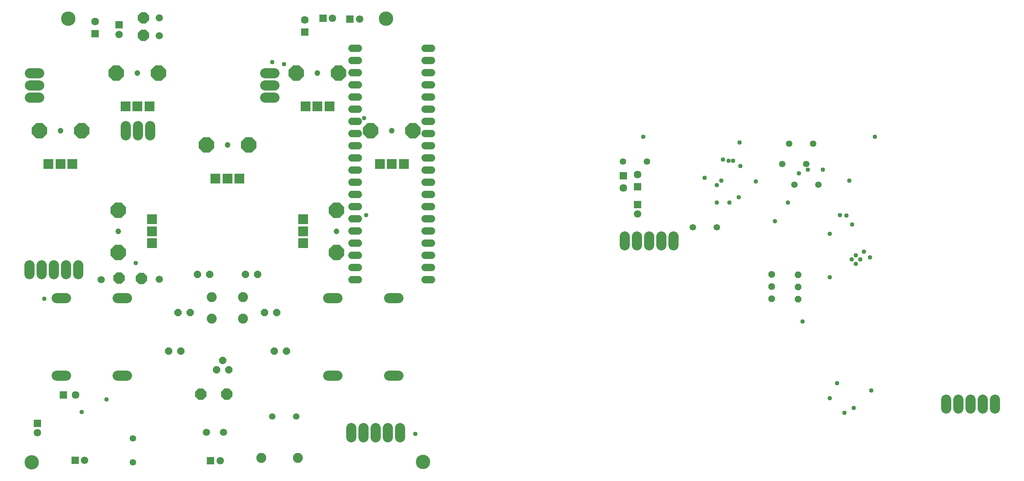
<source format=gbs>
%MOIN*%
%OFA0B0*%
%FSLAX34Y34*%
%IPPOS*%
%LPD*%
%AMOC8*
5,1,8,0,0,$1,22.5*%
%AMOC80*
5,1,8,0,0,$1,22.5*%
%ADD10C,0.053000000000000005*%
%ADD11R,0.0611496062992126X0.0611496062992126*%
%ADD12C,0.0611496062992126*%
%ADD13P,0.060136574803149608X8X292.5*%
%ADD14C,0.082000000000000017*%
%ADD15C,0.063433070866141736*%
%ADD16R,0.063433070866141736X0.063433070866141736*%
%ADD17C,0.037779527559055122*%
%ADD28P,0.10066228346456693X8X202.5*%
%ADD29R,0.0611496062992126X0.0611496062992126*%
%ADD30C,0.0611496062992126*%
%ADD31C,0.063433070866141736*%
%ADD32R,0.063433070866141736X0.063433070866141736*%
%ADD33C,0.11823622047244095*%
%ADD34C,0.0847716535433071*%
%ADD35P,0.10066228346456693X8X22.5*%
%ADD36P,0.064943385826771657X8X22.5*%
%ADD37C,0.059496062992125995*%
%ADD38R,0.082000000000000017X0.082000000000000017*%
%ADD39P,0.1365004724409449X8X292.5*%
%ADD40C,0.047370078740157487*%
%ADD41P,0.1365004724409449X8X22.5*%
%ADD42P,0.1365004724409449X8X202.5*%
%ADD43C,0.059181102362204731*%
%ADD44P,0.064943385826771657X8X202.5*%
%ADD45C,0.082000000000000017*%
%ADD46C,0.084999999999999992*%
%ADD47C,0.082000000000000017*%
%ADD48C,0.053000000000000005*%
%ADD49C,0.037779527559055122*%
G75*
%LPD*%
G01*
D10*
X0065354Y0020472D02*
X0074090Y0038914D03*
X0072121Y0038914D03*
D11*
X0067613Y0040776D03*
D12*
X0067613Y0039989D03*
D10*
X0080476Y0042401D03*
X0082444Y0042401D03*
X0081448Y0044085D03*
X0079480Y0044085D03*
X0080045Y0045782D03*
X0082014Y0045782D03*
D13*
X0078604Y0033047D03*
X0078604Y0034047D03*
X0078604Y0035047D03*
X0080764Y0032993D03*
X0080764Y0033993D03*
X0080764Y0034993D03*
D14*
X0066535Y0037425D02*
X0066535Y0038165D01*
X0067535Y0038165D02*
X0067535Y0037425D01*
X0068535Y0037425D02*
X0068535Y0038165D01*
X0069535Y0038165D02*
X0069535Y0037425D01*
X0070535Y0037425D02*
X0070535Y0038165D01*
D15*
X0067603Y0043230D03*
D16*
X0067603Y0042230D03*
D15*
X0066428Y0042120D03*
D16*
X0066428Y0043120D03*
D10*
X0066403Y0044313D03*
X0068371Y0044313D03*
D14*
X0092913Y0024779D02*
X0092913Y0024039D01*
X0093913Y0024039D02*
X0093913Y0024779D01*
X0094913Y0024779D02*
X0094913Y0024039D01*
X0095913Y0024039D02*
X0095913Y0024779D01*
X0096913Y0024779D02*
X0096913Y0024039D01*
D17*
X0084554Y0023652D03*
X0083354Y0024852D03*
X0085874Y0036252D03*
X0085514Y0035892D03*
X0074594Y0044472D03*
X0075974Y0045852D03*
X0083354Y0038352D03*
X0068054Y0046332D03*
X0084974Y0042732D03*
X0083954Y0026112D03*
X0074114Y0040932D03*
X0087074Y0046332D03*
X0086774Y0025512D03*
X0085334Y0024072D03*
X0074474Y0042732D03*
X0074114Y0042372D03*
X0081134Y0031152D03*
X0075914Y0041352D03*
X0085514Y0036612D03*
X0085154Y0036252D03*
X0084734Y0039852D03*
X0083368Y0034791D03*
X0086174Y0036912D03*
X0086654Y0036432D03*
X0077294Y0042672D03*
X0078880Y0039384D03*
X0075074Y0044352D03*
X0085214Y0039132D03*
X0075134Y0040932D03*
X0073094Y0042972D03*
X0084194Y0039912D03*
X0079934Y0040932D03*
X0075434Y0044352D03*
X0081554Y0043632D03*
X0080835Y0043319D03*
X0082814Y0043632D03*
X0076034Y0043932D03*
G04 next file*
%LPD*%
G04 EAGLE Gerber RS-274X export*
G75*
G01*
D28*
X0016535Y0018110D02*
X0027073Y0056090D03*
X0027073Y0054664D03*
D29*
X0044006Y0055997D03*
D30*
X0044794Y0055997D03*
D29*
X0041796Y0056066D03*
D30*
X0042584Y0056066D03*
D29*
X0025084Y0055533D03*
D30*
X0025084Y0054746D03*
D31*
X0040297Y0055940D03*
D32*
X0040297Y0054940D03*
D31*
X0023098Y0055807D03*
D32*
X0023098Y0054807D03*
D33*
X0050000Y0019649D03*
X0017913Y0019599D03*
D34*
X0019950Y0026726D02*
X0020718Y0026726D01*
X0020718Y0033116D02*
X0019950Y0033116D01*
X0024950Y0026726D02*
X0025718Y0026726D01*
X0025718Y0033116D02*
X0024950Y0033116D01*
D28*
X0025069Y0034717D03*
D35*
X0026898Y0034712D03*
D34*
X0047194Y0033116D02*
X0047962Y0033116D01*
X0047962Y0026726D02*
X0047194Y0026726D01*
X0042962Y0033116D02*
X0042194Y0033116D01*
X0042194Y0026726D02*
X0042962Y0026726D01*
D36*
X0034073Y0027206D03*
X0033573Y0027956D03*
X0033073Y0027206D03*
D37*
X0044183Y0053610D02*
X0044698Y0053610D01*
X0044698Y0052610D02*
X0044183Y0052610D01*
X0044183Y0051610D02*
X0044698Y0051610D01*
X0044698Y0050610D02*
X0044183Y0050610D01*
X0044183Y0049610D02*
X0044698Y0049610D01*
X0044698Y0048610D02*
X0044183Y0048610D01*
X0044183Y0047610D02*
X0044698Y0047610D01*
X0044698Y0046610D02*
X0044183Y0046610D01*
X0044183Y0045610D02*
X0044698Y0045610D01*
X0044698Y0044610D02*
X0044183Y0044610D01*
X0044183Y0043610D02*
X0044698Y0043610D01*
X0044698Y0042610D02*
X0044183Y0042610D01*
X0044183Y0041610D02*
X0044698Y0041610D01*
X0044698Y0040610D02*
X0044183Y0040610D01*
X0044183Y0039610D02*
X0044698Y0039610D01*
X0044698Y0038610D02*
X0044183Y0038610D01*
X0044183Y0037610D02*
X0044698Y0037610D01*
X0044698Y0036610D02*
X0044183Y0036610D01*
X0044183Y0035610D02*
X0044698Y0035610D01*
X0044698Y0034610D02*
X0044183Y0034610D01*
X0050183Y0053610D02*
X0050698Y0053610D01*
X0050698Y0052610D02*
X0050183Y0052610D01*
X0050183Y0051610D02*
X0050698Y0051610D01*
X0050698Y0050610D02*
X0050183Y0050610D01*
X0050183Y0049610D02*
X0050698Y0049610D01*
X0050698Y0048610D02*
X0050183Y0048610D01*
X0050183Y0047610D02*
X0050698Y0047610D01*
X0050698Y0046610D02*
X0050183Y0046610D01*
X0050183Y0045610D02*
X0050698Y0045610D01*
X0050698Y0044610D02*
X0050183Y0044610D01*
X0050183Y0043610D02*
X0050698Y0043610D01*
X0050698Y0042610D02*
X0050183Y0042610D01*
X0050183Y0041610D02*
X0050698Y0041610D01*
X0050698Y0040610D02*
X0050183Y0040610D01*
X0050183Y0039610D02*
X0050698Y0039610D01*
X0050698Y0038610D02*
X0050183Y0038610D01*
X0050183Y0037610D02*
X0050698Y0037610D01*
X0050698Y0036610D02*
X0050183Y0036610D01*
X0050183Y0035610D02*
X0050698Y0035610D01*
X0050698Y0034610D02*
X0050183Y0034610D01*
D38*
X0046456Y0044094D03*
X0047440Y0044094D03*
X0048425Y0044094D03*
D39*
X0045708Y0046850D03*
X0049173Y0046850D03*
D40*
X0047440Y0046850D03*
D38*
X0027755Y0037598D03*
X0027755Y0038582D03*
X0027755Y0039566D03*
D41*
X0025000Y0036850D03*
X0025000Y0040314D03*
D40*
X0025000Y0038582D03*
D38*
X0040354Y0048818D03*
X0041338Y0048818D03*
X0042322Y0048818D03*
D39*
X0039606Y0051574D03*
X0043070Y0051574D03*
D40*
X0041338Y0051574D03*
D38*
X0040157Y0039566D03*
X0040157Y0038582D03*
X0040157Y0037598D03*
D42*
X0042913Y0040314D03*
X0042913Y0036850D03*
D40*
X0042913Y0038582D03*
D38*
X0032972Y0042913D03*
X0033956Y0042913D03*
X0034940Y0042913D03*
D39*
X0032224Y0045669D03*
X0035688Y0045669D03*
D40*
X0033956Y0045669D03*
D38*
X0019275Y0044094D03*
X0020259Y0044094D03*
X0021243Y0044094D03*
D39*
X0018527Y0046850D03*
X0021991Y0046850D03*
D40*
X0020259Y0046850D03*
D43*
X0028354Y0034624D03*
X0023619Y0034610D03*
X0028364Y0056101D03*
X0028364Y0054621D03*
D44*
X0032488Y0035039D03*
X0031488Y0035039D03*
X0036425Y0035039D03*
X0035425Y0035039D03*
X0038000Y0031889D03*
X0036999Y0031889D03*
X0038787Y0028740D03*
X0037787Y0028740D03*
X0030913Y0031889D03*
X0029913Y0031889D03*
X0030125Y0028740D03*
X0029125Y0028740D03*
D45*
X0017716Y0035063D02*
X0017716Y0035803D01*
X0018716Y0035803D02*
X0018716Y0035063D01*
X0019716Y0035063D02*
X0019716Y0035803D01*
X0020716Y0035803D02*
X0020716Y0035063D01*
X0021716Y0035063D02*
X0021716Y0035803D01*
D46*
X0018499Y0049568D02*
X0017729Y0049568D01*
X0017729Y0050568D02*
X0018499Y0050568D01*
X0018499Y0051568D02*
X0017729Y0051568D01*
X0037020Y0049568D02*
X0037790Y0049568D01*
X0037790Y0050568D02*
X0037020Y0050568D01*
X0037020Y0051568D02*
X0037790Y0051568D01*
X0027594Y0047239D02*
X0027594Y0046469D01*
X0026594Y0046469D02*
X0026594Y0047239D01*
X0025594Y0047239D02*
X0025594Y0046469D01*
D38*
X0025590Y0048818D03*
X0026574Y0048818D03*
X0027559Y0048818D03*
D39*
X0024842Y0051574D03*
X0028307Y0051574D03*
D40*
X0026574Y0051574D03*
D47*
X0035236Y0033173D03*
X0032676Y0033173D03*
X0035236Y0031393D03*
X0032676Y0031393D03*
D29*
X0018368Y0022806D03*
D30*
X0018368Y0022018D03*
D31*
X0021516Y0025135D03*
D32*
X0020516Y0025135D03*
D29*
X0021457Y0019775D03*
D30*
X0022244Y0019775D03*
D48*
X0026210Y0019596D03*
X0026210Y0021565D03*
D29*
X0032585Y0019740D03*
D30*
X0033373Y0019740D03*
D47*
X0036730Y0019961D03*
X0039730Y0019961D03*
D48*
X0037625Y0023352D03*
X0039594Y0023352D03*
D45*
X0044094Y0022417D02*
X0044094Y0021677D01*
X0045094Y0021677D02*
X0045094Y0022417D01*
X0046094Y0022417D02*
X0046094Y0021677D01*
X0047094Y0021677D02*
X0047094Y0022417D01*
X0048094Y0022417D02*
X0048094Y0021677D01*
D33*
X0020887Y0056043D03*
X0046966Y0056032D03*
D43*
X0032239Y0022083D03*
X0033638Y0022083D03*
D35*
X0031783Y0025195D03*
X0033891Y0025195D03*
D49*
X0021995Y0023750D03*
X0024035Y0024770D03*
X0049378Y0021930D03*
X0037631Y0052463D03*
X0038615Y0052309D03*
X0026442Y0035974D03*
X0045335Y0039890D03*
X0045155Y0047870D03*
X0018935Y0033050D03*
M02*
</source>
